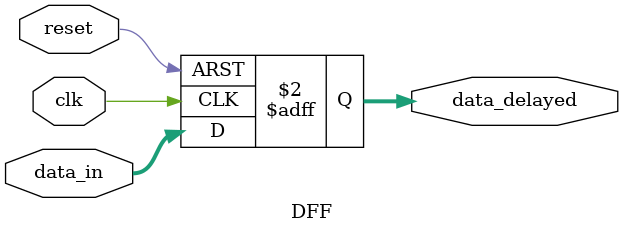
<source format=v>
`timescale 1ns / 1ps

module FIR_Filters(
    input clk,
    input reset,
    input  signed [15:0] data_in,   // signed input
    output reg signed [15:0] data_out // signed output
);

    parameter N = 16;   // input/output width
    parameter TAPS = 4; // 4-tap Moving Average FIR
    parameter COEFF_WIDTH = 6; // coefficient bit width
    parameter SCALE = 128;     // scaling factor for fixed-point

    // --------------------------------------------------
    // Coefficients (Moving Average 3rd order → 4 taps)
    // Value: 1/4 = 0.25 → scaled by 128 = 32
    // --------------------------------------------------
    wire signed [COEFF_WIDTH-1:0] b [0:TAPS-1];
    assign b[0] = 32;
    assign b[1] = 32;
    assign b[2] = 32;
    assign b[3] = 32;

    // --------------------------------------------------
    // Delay line for input samples
    // --------------------------------------------------
    wire signed [N-1:0] x [0:TAPS-1];

    assign x[0] = data_in; // current input

    genvar i;
    generate
        for (i = 1; i < TAPS; i = i + 1) begin : delay_line
            DFF #(N) dff_inst (
                .clk(clk),
                .reset(reset),
                .data_in(x[i-1]),
                .data_delayed(x[i])
            );
        end
    endgenerate

    // --------------------------------------------------
    // Multiply-Accumulate
    // Each product = 16-bit * 6-bit = 22-bit
    // --------------------------------------------------
    wire signed [21:0] mul [0:TAPS-1];
    assign mul[0] = x[0] * b[0];
    assign mul[1] = x[1] * b[1];
    assign mul[2] = x[2] * b[2];
    assign mul[3] = x[3] * b[3];

    // --------------------------------------------------
    // Final sum (extra 2 bits growth for addition safety)
    // --------------------------------------------------
    wire signed [23:0] sum;
    assign sum = mul[0] + mul[1] + mul[2] + mul[3];

    // --------------------------------------------------
    // Scale down to 16-bit output
    // Shift right by log2(SCALE) = 7 (since SCALE=128)
    // --------------------------------------------------
    always @(posedge clk or posedge reset) begin
        if (reset)
            data_out <= 0;
        else
            data_out <= sum[23:7]; // properly scaled to signed 16-bit
    end

endmodule

// --------------------------------------------------
// Parameterized D Flip-Flop (signed friendly)
// --------------------------------------------------
module DFF #(parameter N = 16)(
    input clk,
    input reset,
    input signed [N-1:0] data_in,
    output reg signed [N-1:0] data_delayed
);

    always @(posedge clk or posedge reset) begin
        if (reset)
            data_delayed <= 0;
        else
            data_delayed <= data_in;
    end

endmodule

</source>
